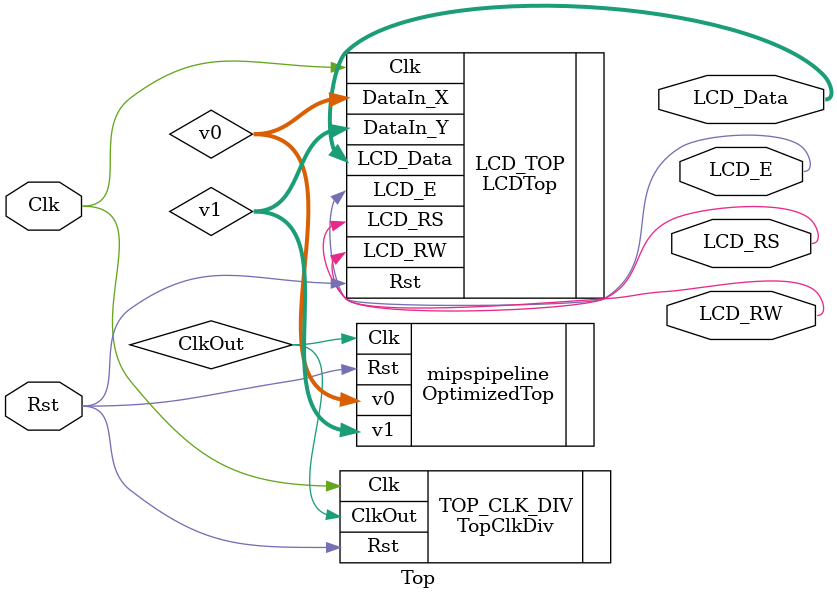
<source format=v>
`timescale 1ns / 1ps
module Top(Clk, Rst, LCD_Data, LCD_E, LCD_RS, LCD_RW);

    input Clk, Rst;
    
    output [3:0] LCD_Data;
    output LCD_E, LCD_RS, LCD_RW;
    
    wire ClkOut;
    wire [31:0] v0, v1;
    
    TopClkDiv TOP_CLK_DIV(
        .Clk(Clk), 
        .Rst(Rst), 
        .ClkOut(ClkOut)
    );
    
    LCDTop LCD_TOP(
        .Clk(Clk), 
        .Rst(Rst), 
        .DataIn_X(v0), 
        .DataIn_Y(v1), 
        .LCD_Data(LCD_Data), 
        .LCD_E(LCD_E), 
        .LCD_RS(LCD_RS), 
        .LCD_RW(LCD_RW)
    );
	
OptimizedTop mipspipeline(.Clk(ClkOut), .Rst(Rst), .v0(v0), .v1(v1));
	// Instantiate your InstructionFetchUnit here.
	// The Clk input of InstructionFetchUnit instance is the output of the TopClkDiv, (ClkOut)
	// The Instruction output of InstructionFetchUnit instance is the input of LCD_TOP, (DataIn_X and DataIn_Y)
endmodule

</source>
